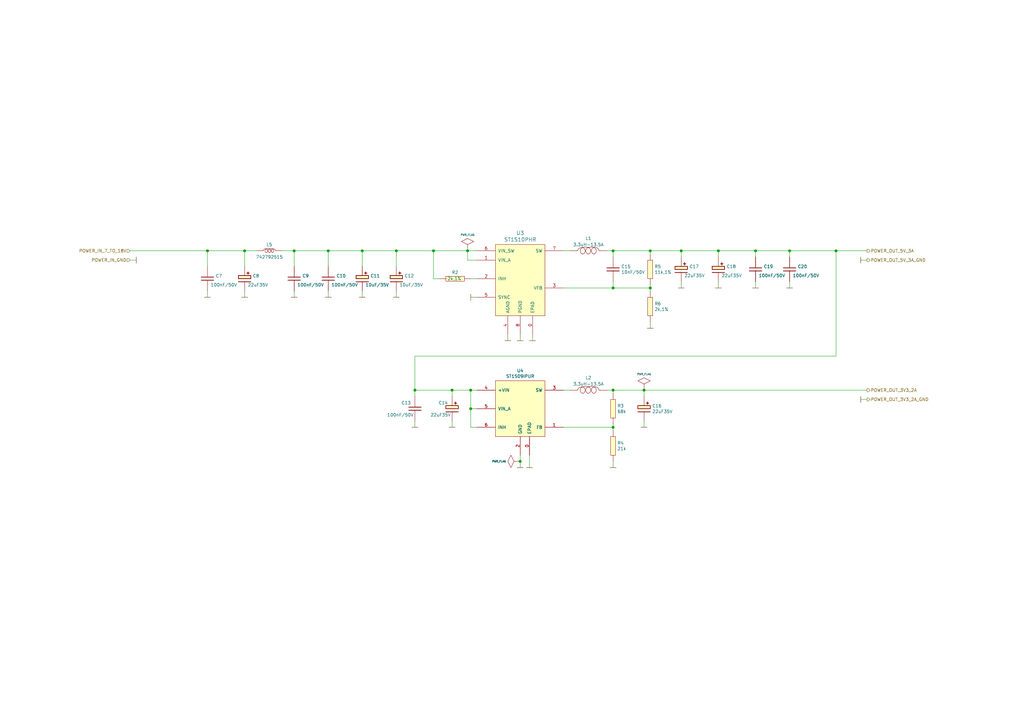
<source format=kicad_sch>
(kicad_sch (version 20211123) (generator eeschema)
  (paper "A3")
  (title_block (title "Power Supply Module 5V/3V3") (date "2020-12-19") (rev "V1.0") (company "Embedded System Labs"))
  (lib_symbols
    (symbol "Capacitors_Smd0603:100n" (pin_numbers hide) (pin_names (offset 0.254))
      (property "Reference" "C" (at 1.27 2.54 0))
      (property "Value" "100n" (at 1.27 -2.54 0))
      (symbol "100n_0_1"
        (polyline (pts (xy 2.54 -0.635) (xy -2.54 -0.635) (xy -2.54 -0.635)) (stroke (width 0.3048)))
        (polyline (pts (xy 2.54 0.635) (xy -2.54 0.635) (xy -2.54 0.635)) (stroke (width 0.3048)))
      )
      (symbol "100n_1_1"
        (pin passive line (at 0 5.08 270) (length 4.4704) (name "~") (number "1"))
        (pin passive line (at 0 -5.08 90) (length 4.4704) (name "~") (number "2"))
      )
    )
    (symbol "Capacitors_Smd0603:10nF" (pin_numbers hide) (pin_names (offset 0.254))
      (property "Reference" "C" (at 1.27 2.54 0))
      (property "Value" "10nF" (at 1.27 -2.54 0))
      (symbol "10nF_0_1"
        (polyline (pts (xy 2.54 -0.635) (xy -2.54 -0.635) (xy -2.54 -0.635)) (stroke (width 0.3048)))
        (polyline (pts (xy 2.54 0.635) (xy -2.54 0.635) (xy -2.54 0.635)) (stroke (width 0.3048)))
      )
      (symbol "10nF_1_1"
        (pin passive line (at 0 5.08 270) (length 4.4704) (name "~") (number "1"))
        (pin passive line (at 0 -5.08 90) (length 4.4704) (name "~") (number "2"))
      )
    )
    (symbol "Capacitors_Smd_Tantal:10uF_35V" (pin_numbers hide) (pin_names (offset 1.016) hide)
      (property "Reference" "C" (at 3.175 -4.445 0))
      (property "Value" "10uF_35V" (at 7.62 0 0))
      (symbol "10uF_35V_0_1"
        (polyline (pts (xy 1.397 1.524) (xy 1.397 0.508) (xy 1.397 0.508)) (stroke (width 0.3048)))
        (polyline (pts (xy 0.889 1.016) (xy 1.905 1.016) (xy 1.905 1.016) (xy 1.905 1.016)) (stroke (width 0.3048)))
        (rectangle (start 2.54 0) (end -2.54 -1.27) (stroke (width 0.3048)) (fill (type background)))
      )
      (symbol "10uF_35V_1_1"
        (rectangle (start -2.54 -2.54) (end 2.54 -2.54) (stroke (width 0.3048)))
        (pin input line (at 0 3.81 270) (length 3.81) (name "~") (number "1"))
        (pin input line (at 0 -6.35 90) (length 3.81) (name "~") (number "2"))
      )
    )
    (symbol "Capacitors_Smd_Tantal:22uF_35V" (pin_numbers hide) (pin_names (offset 1.016) hide)
      (property "Reference" "C" (at 3.175 -4.445 0))
      (property "Value" "22uF_35V" (at 7.62 -1.27 0))
      (symbol "22uF_35V_0_1"
        (polyline (pts (xy 1.397 1.524) (xy 1.397 0.508) (xy 1.397 0.508)) (stroke (width 0.3048)))
        (polyline (pts (xy 0.889 1.016) (xy 1.905 1.016) (xy 1.905 1.016) (xy 1.905 1.016)) (stroke (width 0.3048)))
        (rectangle (start 2.54 0) (end -2.54 -1.27) (stroke (width 0.3048)) (fill (type background)))
      )
      (symbol "22uF_35V_1_1"
        (rectangle (start -2.54 -2.54) (end 2.54 -2.54) (stroke (width 0.3048)))
        (pin input line (at 0 3.81 270) (length 3.81) (name "~") (number "1"))
        (pin input line (at 0 -6.35 90) (length 3.81) (name "~") (number "2"))
      )
    )
    (symbol "Inductors:3.3uH-13.5A-ASPI-0630HI-3R3M-T15" (pin_numbers hide) (pin_names (offset 1.016) hide)
      (property "Reference" "L" (at -2.54 0 90))
      (property "Value" "3.3uH-13.5A-ASPI-0630HI-3R3M-T15" (at 2.54 0 90))
      (symbol "3.3uH-13.5A-ASPI-0630HI-3R3M-T15_0_1"
        (arc (start -1.27 -2.54) (mid 0 -3.2591) (end 1.27 -2.54))
        (arc (start -1.27 -2.032) (mid -1.3189 -2.286) (end -1.27 -2.54))
        (arc (start -1.27 -0.254) (mid 0 -0.9731) (end 1.27 -0.254))
        (arc (start -1.27 0.254) (mid -1.3189 0) (end -1.27 -0.254))
        (arc (start -1.27 2.032) (mid 0 1.3129) (end 1.27 2.032))
        (arc (start -1.27 2.54) (mid -1.3189 2.286) (end -1.27 2.032))
        (arc (start 0 -4.445) (mid 1.1486 -3.648) (end 1.3208 -2.2606))
        (polyline (pts (xy 0 -5.08) (xy 0 -4.445)))
        (polyline (pts (xy 0 4.445) (xy 0 5.08)))
        (arc (start 1.27 -2.54) (mid 1.33 -2.286) (end 1.27 -2.032))
        (arc (start 1.27 -2.032) (mid 0 -1.2471) (end -1.27 -2.032))
        (arc (start 1.27 -0.254) (mid 1.33 0) (end 1.27 0.254))
        (arc (start 1.27 0.254) (mid 0 1.0389) (end -1.27 0.254))
        (arc (start 1.27 2.032) (mid 1.33 2.286) (end 1.27 2.54))
        (arc (start 1.27 2.54) (mid 0 3.3249) (end -1.27 2.54))
        (arc (start 1.3208 -2.413) (mid 1.5295 -1.143) (end 1.3208 0.127))
        (arc (start 1.3208 -0.127) (mid 1.5295 1.143) (end 1.3208 2.413))
        (arc (start 1.3208 2.2098) (mid 1.0983 3.5862) (end 0 4.445))
      )
      (symbol "3.3uH-13.5A-ASPI-0630HI-3R3M-T15_1_1"
        (pin passive line (at 0 7.62 270) (length 2.54) (name "1") (number "1"))
        (pin passive line (at 0 -7.62 90) (length 2.54) (name "2") (number "2"))
      )
    )
    (symbol "Inductors:742792515" (pin_numbers hide) (pin_names (offset 1.016) hide)
      (property "Reference" "L" (at -2.54 0 90))
      (property "Value" "742792515" (at 2.54 0 90))
      (symbol "742792515_1_1"
        (arc (start -0.762 -1.27) (mid 0 -1.8192) (end 0.762 -1.27))
        (arc (start -0.762 0) (mid 0 -0.5492) (end 0.762 0))
        (arc (start -0.762 1.27) (mid 0 0.7208) (end 0.762 1.27))
        (arc (start 0 -2.54) (mid 0.6706 -2.0788) (end 0.762 -1.27))
        (arc (start 0.762 -1.27) (mid 0 -0.7208) (end -0.762 -1.27))
        (arc (start 0.762 -1.27) (mid 0.872 -0.635) (end 0.762 0))
        (arc (start 0.762 0) (mid 0 0.5492) (end -0.762 0))
        (arc (start 0.762 0) (mid 0.9119 0.635) (end 0.762 1.27))
        (arc (start 0.762 1.27) (mid 0 1.8192) (end -0.762 1.27))
        (arc (start 0.762 1.27) (mid 0.688 2.0892) (end 0 2.54))
        (pin passive line (at 0 5.08 270) (length 2.54) (name "1") (number "1"))
        (pin passive line (at 0 -5.08 90) (length 2.54) (name "2") (number "2"))
      )
    )
    (symbol "Resistors_Smd0603:11k" (pin_numbers hide) (pin_names (offset 1.016) hide)
      (property "Reference" "R" (at 2.54 0 90))
      (property "Value" "11k" (at -2.54 0 90))
      (symbol "11k_1_1"
        (rectangle (start -1.016 3.81) (end 1.016 -3.81) (fill (type background)))
        (pin passive line (at 0 6.35 270) (length 2.54) (name "~") (number "1"))
        (pin passive line (at 0 -6.35 90) (length 2.54) (name "~") (number "2"))
      )
    )
    (symbol "Resistors_Smd0603:21k" (pin_numbers hide) (pin_names (offset 1.016))
      (property "Reference" "R" (at 2.54 0 90))
      (property "Value" "21k" (at -2.54 0 90))
      (symbol "21k_1_1"
        (rectangle (start -1.016 3.81) (end 1.016 -3.81) (fill (type background)))
        (pin passive line (at 0 6.35 270) (length 2.54) (name "~") (number "1"))
        (pin passive line (at 0 -6.35 90) (length 2.54) (name "~") (number "2"))
      )
    )
    (symbol "Resistors_Smd0603:2k" (pin_numbers hide) (pin_names (offset 1.016) hide)
      (property "Reference" "R" (at -2.54 0 0))
      (property "Value" "2k" (at 2.54 0 90))
      (symbol "2k_1_1"
        (rectangle (start -1.016 3.81) (end 1.016 -3.81) (fill (type background)))
        (pin passive line (at 0 6.35 270) (length 2.54) (name "~") (number "1"))
        (pin passive line (at 0 -6.35 90) (length 2.54) (name "~") (number "2"))
      )
    )
    (symbol "Resistors_Smd0603:68k" (pin_numbers hide) (pin_names (offset 1.016) hide)
      (property "Reference" "R" (at -2.54 0 90))
      (property "Value" "68k" (at 2.54 0 90))
      (symbol "68k_1_1"
        (rectangle (start -1.016 3.81) (end 1.016 -3.81) (fill (type background)))
        (pin passive line (at 0 6.35 270) (length 2.54) (name "~") (number "1"))
        (pin passive line (at 0 -6.35 90) (length 2.54) (name "~") (number "2"))
      )
    )
    (symbol "Switching_Regulators:ST1S09IPUR" (pin_names (offset 1.016))
      (property "Reference" "U" (at 0 15.24 0))
      (property "Value" "ST1S09IPUR" (at 0 12.7 0))
      (symbol "ST1S09IPUR_1_1"
        (rectangle (start 10.16 11.43) (end -10.16 -11.43) (fill (type background)))
        (pin power_in line (at 3.81 -19.05 90) (length 7.62) (name "EPAD") (number "0"))
        (pin input line (at 17.78 -7.62 180) (length 7.62) (name "FB") (number "1"))
        (pin power_in line (at 0 -19.05 90) (length 7.62) (name "GND") (number "2"))
        (pin power_out line (at 17.78 7.62 180) (length 7.62) (name "SW") (number "3"))
        (pin power_in line (at -17.78 7.62 0) (length 7.62) (name "+VIN") (number "4"))
        (pin power_in line (at -17.78 0 0) (length 7.62) (name "VIN_A") (number "5"))
        (pin input line (at -17.78 -7.62 0) (length 7.62) (name "INH") (number "6"))
      )
    )
    (symbol "Switching_Regulators:ST1S10PHR" (pin_names (offset 1.016))
      (property "Reference" "U" (at 0 12.7 0))
      (property "Value" "ST1S10PHR" (at 0 10.16 0))
      (symbol "ST1S10PHR_0_1"
        (rectangle (start 10.16 8.89) (end -10.16 -20.32) (fill (type background)))
      )
      (symbol "ST1S10PHR_1_1"
        (pin power_in line (at 5.08 -27.94 90) (length 7.62) (name "EPAD") (number "0"))
        (pin power_in line (at -17.78 2.54 0) (length 7.62) (name "VIN_A") (number "1"))
        (pin input line (at -17.78 -5.08 0) (length 7.62) (name "INH") (number "2"))
        (pin input line (at 17.78 -8.89 180) (length 7.62) (name "VFB") (number "3"))
        (pin power_in line (at -5.08 -27.94 90) (length 7.62) (name "AGND") (number "4"))
        (pin input line (at -17.78 -12.7 0) (length 7.62) (name "SYNC") (number "5"))
        (pin power_in line (at -17.78 6.35 0) (length 7.62) (name "VIN_SW") (number "6"))
        (pin power_out line (at 17.78 6.35 180) (length 7.62) (name "SW") (number "7"))
        (pin power_in line (at 0 -27.94 90) (length 7.62) (name "PGND") (number "8"))
      )
    )
    (symbol "power:GND_NO_GLOBAL" (pin_names (offset 0))
      (symbol "GND_NO_GLOBAL_0_1"
        (polyline (pts (xy -1.27 0) (xy 1.27 0)))
      )
      (symbol "GND_NO_GLOBAL_1_1"
        (pin power_in line (at 0 0 180) (length 0) hide (name "GND") (number "1"))
      )
    )
    (symbol "power:PWR_FLAG" (power) (pin_numbers hide) (pin_names (offset 0) hide)
      (property "Value" "PWR_FLAG" (at 0 5.842 0))
      (symbol "PWR_FLAG_0_0"
        (pin power_out line (at 0 0 90) (length 0) (name "pwr") (number "1"))
      )
      (symbol "PWR_FLAG_0_1"
        (polyline (pts (xy 0 0) (xy 0 2.54) (xy 0 2.54)))
        (polyline (pts (xy 0 2.54) (xy -2.54 3.81) (xy 0 5.08) (xy 2.54 3.81) (xy 0 2.54)))
      )
    )
  )
  (junction (at 213.36 189.23) (diameter 1.016))
  (junction (at 264.16 160.02) (diameter 1.016))
  (junction (at 120.65 102.87) (diameter 1.016))
  (junction (at 251.46 102.87) (diameter 1.016))
  (junction (at 85.09 102.87) (diameter 1.016))
  (junction (at 294.64 102.87) (diameter 1.016))
  (junction (at 148.59 102.87) (diameter 1.016))
  (junction (at 266.7 118.11) (diameter 1.016))
  (junction (at 266.7 102.87) (diameter 1.016))
  (junction (at 177.8 102.87) (diameter 1.016))
  (junction (at 323.85 102.87) (diameter 1.016))
  (junction (at 100.33 102.87) (diameter 1.016))
  (junction (at 193.04 160.02) (diameter 1.016))
  (junction (at 251.46 160.02) (diameter 1.016))
  (junction (at 170.18 160.02) (diameter 1.016))
  (junction (at 251.46 118.11) (diameter 1.016))
  (junction (at 342.9 102.87) (diameter 1.016))
  (junction (at 162.56 102.87) (diameter 1.016))
  (junction (at 191.77 102.87) (diameter 1.016))
  (junction (at 193.04 167.64) (diameter 1.016))
  (junction (at 185.42 160.02) (diameter 1.016))
  (junction (at 134.62 102.87) (diameter 1.016))
  (junction (at 251.46 175.26) (diameter 1.016))
  (junction (at 309.88 102.87) (diameter 1.016))
  (junction (at 279.4 102.87) (diameter 1.016))
  (wire (pts (xy 100.33 102.87) (xy 105.41 102.87)))
  (wire (pts (xy 251.46 118.11) (xy 266.7 118.11)))
  (wire (pts (xy 218.44 137.16) (xy 218.44 139.7)))
  (wire (pts (xy 279.4 115.57) (xy 279.4 118.11)))
  (wire (pts (xy 120.65 109.22) (xy 120.65 102.87)))
  (wire (pts (xy 213.36 186.69) (xy 213.36 189.23)))
  (wire (pts (xy 279.4 102.87) (xy 279.4 105.41)))
  (wire (pts (xy 85.09 119.38) (xy 85.09 121.92)))
  (wire (pts (xy 162.56 109.22) (xy 162.56 102.87)))
  (wire (pts (xy 233.68 160.02) (xy 231.14 160.02)))
  (wire (pts (xy 170.18 172.72) (xy 170.18 175.26)))
  (wire (pts (xy 231.14 118.11) (xy 251.46 118.11)))
  (wire (pts (xy 266.7 102.87) (xy 266.7 104.14)))
  (wire (pts (xy 231.14 175.26) (xy 251.46 175.26)))
  (wire (pts (xy 309.88 105.41) (xy 309.88 102.87)))
  (wire (pts (xy 177.8 114.3) (xy 177.8 102.87)))
  (wire (pts (xy 162.56 119.38) (xy 162.56 121.92)))
  (wire (pts (xy 85.09 109.22) (xy 85.09 102.87)))
  (wire (pts (xy 193.04 167.64) (xy 193.04 160.02)))
  (wire (pts (xy 251.46 115.57) (xy 251.46 118.11)))
  (wire (pts (xy 134.62 119.38) (xy 134.62 121.92)))
  (wire (pts (xy 195.58 106.68) (xy 191.77 106.68)))
  (wire (pts (xy 195.58 175.26) (xy 193.04 175.26)))
  (wire (pts (xy 266.7 118.11) (xy 266.7 116.84)))
  (wire (pts (xy 185.42 172.72) (xy 185.42 175.26)))
  (wire (pts (xy 266.7 102.87) (xy 279.4 102.87)))
  (wire (pts (xy 323.85 102.87) (xy 342.9 102.87)))
  (wire (pts (xy 342.9 102.87) (xy 355.6 102.87)))
  (wire (pts (xy 120.65 119.38) (xy 120.65 121.92)))
  (wire (pts (xy 251.46 160.02) (xy 264.16 160.02)))
  (wire (pts (xy 180.34 114.3) (xy 177.8 114.3)))
  (wire (pts (xy 85.09 102.87) (xy 100.33 102.87)))
  (wire (pts (xy 193.04 175.26) (xy 193.04 167.64)))
  (wire (pts (xy 195.58 114.3) (xy 193.04 114.3)))
  (wire (pts (xy 266.7 132.08) (xy 266.7 134.62)))
  (wire (pts (xy 193.04 160.02) (xy 195.58 160.02)))
  (wire (pts (xy 294.64 102.87) (xy 294.64 105.41)))
  (wire (pts (xy 251.46 175.26) (xy 251.46 176.53)))
  (wire (pts (xy 264.16 160.02) (xy 264.16 162.56)))
  (wire (pts (xy 217.17 186.69) (xy 217.17 191.77)))
  (wire (pts (xy 266.7 118.11) (xy 266.7 119.38)))
  (wire (pts (xy 100.33 119.38) (xy 100.33 121.92)))
  (wire (pts (xy 251.46 175.26) (xy 251.46 173.99)))
  (wire (pts (xy 264.16 172.72) (xy 264.16 175.26)))
  (wire (pts (xy 251.46 189.23) (xy 251.46 191.77)))
  (wire (pts (xy 323.85 115.57) (xy 323.85 118.11)))
  (wire (pts (xy 177.8 102.87) (xy 191.77 102.87)))
  (wire (pts (xy 100.33 109.22) (xy 100.33 102.87)))
  (wire (pts (xy 233.68 102.87) (xy 231.14 102.87)))
  (wire (pts (xy 251.46 160.02) (xy 251.46 161.29)))
  (wire (pts (xy 170.18 160.02) (xy 170.18 162.56)))
  (wire (pts (xy 294.64 102.87) (xy 309.88 102.87)))
  (wire (pts (xy 195.58 121.92) (xy 193.04 121.92)))
  (wire (pts (xy 134.62 109.22) (xy 134.62 102.87)))
  (wire (pts (xy 279.4 102.87) (xy 294.64 102.87)))
  (wire (pts (xy 193.04 160.02) (xy 185.42 160.02)))
  (wire (pts (xy 191.77 102.87) (xy 195.58 102.87)))
  (wire (pts (xy 148.59 109.22) (xy 148.59 102.87)))
  (wire (pts (xy 251.46 102.87) (xy 248.92 102.87)))
  (wire (pts (xy 213.36 189.23) (xy 213.36 191.77)))
  (wire (pts (xy 208.28 137.16) (xy 208.28 139.7)))
  (wire (pts (xy 55.88 106.68) (xy 53.34 106.68)))
  (wire (pts (xy 185.42 160.02) (xy 170.18 160.02)))
  (wire (pts (xy 248.92 160.02) (xy 251.46 160.02)))
  (wire (pts (xy 213.36 137.16) (xy 213.36 139.7)))
  (wire (pts (xy 185.42 162.56) (xy 185.42 160.02)))
  (wire (pts (xy 134.62 102.87) (xy 148.59 102.87)))
  (wire (pts (xy 120.65 102.87) (xy 134.62 102.87)))
  (wire (pts (xy 355.6 163.83) (xy 353.06 163.83)))
  (wire (pts (xy 309.88 115.57) (xy 309.88 118.11)))
  (wire (pts (xy 264.16 160.02) (xy 355.6 160.02)))
  (wire (pts (xy 195.58 167.64) (xy 193.04 167.64)))
  (wire (pts (xy 266.7 102.87) (xy 251.46 102.87)))
  (wire (pts (xy 53.34 102.87) (xy 85.09 102.87)))
  (wire (pts (xy 191.77 106.68) (xy 191.77 102.87)))
  (wire (pts (xy 162.56 102.87) (xy 177.8 102.87)))
  (wire (pts (xy 309.88 102.87) (xy 323.85 102.87)))
  (wire (pts (xy 148.59 102.87) (xy 162.56 102.87)))
  (wire (pts (xy 115.57 102.87) (xy 120.65 102.87)))
  (wire (pts (xy 251.46 105.41) (xy 251.46 102.87)))
  (wire (pts (xy 323.85 102.87) (xy 323.85 105.41)))
  (wire (pts (xy 355.6 106.68) (xy 353.06 106.68)))
  (wire (pts (xy 342.9 146.05) (xy 170.18 146.05)))
  (wire (pts (xy 170.18 146.05) (xy 170.18 160.02)))
  (wire (pts (xy 342.9 102.87) (xy 342.9 146.05)))
  (wire (pts (xy 148.59 119.38) (xy 148.59 121.92)))
  (wire (pts (xy 294.64 115.57) (xy 294.64 118.11)))
  (hierarchical_label "POWER_OUT_3V3_2A" (shape output) (at 355.6 160.02 0))
  (hierarchical_label "POWER_IN_7_TO_18V" (shape input) (at 53.34 102.87 180))
  (hierarchical_label "POWER_IN_GND" (shape input) (at 53.34 106.68 180))
  (hierarchical_label "POWER_OUT_3V3_2A_GND" (shape output) (at 355.6 163.83 0))
  (hierarchical_label "POWER_OUT_5V_3A" (shape output) (at 355.6 102.87 0))
  (hierarchical_label "POWER_OUT_5V_3A_GND" (shape output) (at 355.6 106.68 0))
  (symbol (lib_id "Switching_Regulators:ST1S09IPUR") (at 213.36 167.64 0) (unit 1)
    (property "Reference" "U4" (at 213.36 152.019 0))
    (property "Value" "ST1S09IPUR" (at 213.36 154.3304 0))
    (property "Footprint" "Switching:ST1S09IPUR" (effects hide))
    (property "Datasheet" "https://pl.mouser.com/datasheet/2/389/st1s09-1850123.pdf" (effects hide))
    (property "Manufacturer" "ST Microelectronics" (effects hide))
    (property "Manufacturer Part Number" "ST1S09IPUR" (effects hide))
    (property "Supplier" "Mouser" (effects hide))
    (property "Supplier Part Number" "511-ST1S09IPUR" (effects hide))
    (property "URL" "https://pl.mouser.com/ProductDetail/STMicroelectronics/ST1S09IPUR?qs=z4PnFkYVEVnLKA2ltiW6RQ%3D%3D" (effects hide))
    (property "Price@1pc" "5,54" (effects hide))
    (property "Price@1000pcs" "2,55" (effects hide))
    (property "Developer" "MW" (effects hide))
    (property "Package" "DFN-6" (effects hide))
    (property "LCSC Part #(optional)" "C361028" (effects hide))
  )
  (symbol (lib_id "power:GND_NO_GLOBAL") (at 213.36 191.77 0) (unit 1)
    (property "Reference" "#PWR2" (effects hide))
    (property "Value" "GND_NO_GLOBAL" (effects hide))
  )
  (symbol (lib_id "power:GND_NO_GLOBAL") (at 218.44 139.7 0) (unit 1)
    (property "Reference" "#PWR14" (effects hide))
    (property "Value" "GND_NO_GLOBAL" (effects hide))
  )
  (symbol (lib_id "power:GND_NO_GLOBAL") (at 213.36 139.7 0) (unit 1)
    (property "Reference" "#PWR13" (effects hide))
    (property "Value" "GND_NO_GLOBAL" (effects hide))
  )
  (symbol (lib_id "power:GND_NO_GLOBAL") (at 208.28 139.7 0) (unit 1)
    (property "Reference" "#PWR12" (effects hide))
    (property "Value" "GND_NO_GLOBAL" (effects hide))
  )
  (symbol (lib_id "power:GND_NO_GLOBAL") (at 193.04 121.92 90) (unit 1)
    (property "Reference" "#PWR11" (effects hide))
    (property "Value" "GND_NO_GLOBAL" (effects hide))
  )
  (symbol (lib_id "power:GND_NO_GLOBAL") (at 55.88 106.68 270) (unit 1)
    (property "Reference" "#PWR1" (effects hide))
    (property "Value" "GND_NO_GLOBAL" (effects hide))
  )
  (symbol (lib_id "Resistors_Smd0603:2k") (at 266.7 125.73 0) (unit 1)
    (property "Reference" "R6" (at 268.4272 124.5616 0) (effects (justify left)))
    (property "Value" "2k,1%" (at 268.4272 126.873 0) (effects (justify left)))
    (property "Footprint" "Resistor_Smd_0603:2k_0603" (effects hide))
    (property "Datasheet" "https://www.tme.eu/Document/ec37243ca557adb02ebafc5c1ab83104/CQ%20datasheet.pdf" (effects hide))
    (property "Manufacturer" "ROYAL OHM" (effects hide))
    (property "Manufacturer Part Number" "CQ03SAF2001T5E" (effects hide))
    (property "Supplier" "Tme" (effects hide))
    (property "Supplier Part Number" "CQ0603-2K-1%" (effects hide))
    (property "URL" "https://www.tme.eu/pl/details/cq0603-2k-1%25/rezystory-smd-0603/royal-ohm/cq03saf2001t5e/" (effects hide))
    (property "Price@100pc" "0,07119" (effects hide))
    (property "Price@1000pcs" "0,03327" (effects hide))
    (property "Developer" "MW" (effects hide))
    (property "Package" "0603" (effects hide))
    (property "LCSC Part #(optional)" "C234435" (effects hide))
  )
  (symbol (lib_id "Resistors_Smd0603:11k") (at 266.7 110.49 0) (unit 1)
    (property "Reference" "R5" (at 268.4272 109.3216 0) (effects (justify left)))
    (property "Value" "11k,1%" (at 268.4272 111.633 0) (effects (justify left)))
    (property "Footprint" "Resistor_Smd_0603:11k_0603" (effects hide))
    (property "Datasheet" "Resistors/Smd_0603/Components_Documentation/Vishay_Resistors_SM0603.pdf" (effects hide))
    (property "Manufacturer" "ROYAL OHM" (effects hide))
    (property "Manufacturer Part Number" "0603SAF1102T5E" (effects hide))
    (property "Supplier" "TME" (effects hide))
    (property "Supplier Part Number" "SMD0603-11K-1%" (effects hide))
    (property "URL" "https://www.tme.eu/pl/details/smd0603-11k-1%2525/rezystory-smd-0603/royal-ohm/0603saf1102t5e/" (effects hide))
    (property "Price@1pc" "0,04698" (effects hide))
    (property "Price@1000pcs" "0,01271" (effects hide))
    (property "Developer" "WP" (effects hide))
    (property "Package" "0603" (effects hide))
  )
  (symbol (lib_id "Resistors_Smd0603:2k") (at 186.69 114.3 90) (unit 1)
    (property "Reference" "R2" (at 187.96 111.76 90) (effects (justify left)))
    (property "Value" "2k,1%" (at 189.23 114.3 90) (effects (justify left)))
    (property "Footprint" "Resistor_Smd_0603:2k_0603" (effects hide))
    (property "Datasheet" "https://www.tme.eu/Document/ec37243ca557adb02ebafc5c1ab83104/CQ%20datasheet.pdf" (effects hide))
    (property "Manufacturer" "ROYAL OHM" (effects hide))
    (property "Manufacturer Part Number" "CQ03SAF2001T5E" (effects hide))
    (property "Supplier" "Tme" (effects hide))
    (property "Supplier Part Number" "CQ0603-2K-1%" (effects hide))
    (property "URL" "https://www.tme.eu/pl/details/cq0603-2k-1%25/rezystory-smd-0603/royal-ohm/cq03saf2001t5e/" (effects hide))
    (property "Price@100pc" "0,07119" (effects hide))
    (property "Price@1000pcs" "0,03327" (effects hide))
    (property "Developer" "MW" (effects hide))
    (property "Package" "0603" (effects hide))
    (property "LCSC Part #(optional)" "C234435" (effects hide))
  )
  (symbol (lib_id "Switching_Regulators:ST1S10PHR") (at 213.36 109.22 0) (unit 1)
    (property "Reference" "U3" (at 213.36 95.5802 0) (effects (font (size 1.524 1.524))))
    (property "Value" "ST1S10PHR" (at 213.36 98.2726 0) (effects (font (size 1.524 1.524))))
    (property "Footprint" "Switching:ST1S10PHR_SOIC8" (effects hide))
    (property "Datasheet" "https://pl.mouser.com/datasheet/2/389/st1s10-1850024.pdf" (effects hide))
    (property "Manufacturer" "ST Microelectronics" (effects hide))
    (property "Manufacturer Part Number" "ST1S10PHR" (effects hide))
    (property "Supplier" "Mouser" (effects hide))
    (property "Supplier Part Number" "511-ST1S10PHR" (effects hide))
    (property "URL" "https://pl.mouser.com/ProductDetail/STMicroelectronics/ST1S10PHR?qs=qolwYojYp3QSBN7PdO5xhg%3D%3D" (effects hide))
    (property "Price@1pc" "6,56" (effects hide))
    (property "Price@1000pcs" "3,01" (effects hide))
    (property "Developer" "MW" (effects hide))
    (property "Package" "SOIC-8" (effects hide))
    (property "LCSC Part #(optional)" "C11175" (effects hide))
  )
  (symbol (lib_id "Capacitors_Smd0603:10nF") (at 251.46 110.49 0) (unit 1)
    (property "Reference" "C15" (at 254.7874 109.3216 0) (effects (justify left)))
    (property "Value" "10nF/50V" (at 254.7874 111.633 0) (effects (justify left)))
    (property "Footprint" "Capacitors_Smd_0603:10nF_0603" (effects hide))
    (property "Datasheet" "https://www.tme.eu/Document/6a5ad7ac81542ad65ce1ca82bcd21ffa/vjw1bcbascomseries.pdf" (effects hide))
    (property "Manufacturer" "VISHAY" (effects hide))
    (property "Manufacturer Part Number" "VJ0603Y103KXAPW1BC" (effects hide))
    (property "Supplier" "Tme" (effects hide))
    (property "Supplier Part Number" "VJ0603Y103KXAPW1BC" (effects hide))
    (property "URL" "https://www.tme.eu/pl/details/vj0603y103kxapw1bc/kondensatory-mlcc-smd-0603/vishay/" (effects hide))
    (property "Price@100pcs" "0,05770" (effects hide))
    (property "Price@1000pcs" "0,02244" (effects hide))
    (property "Developer" "MW" (effects hide))
    (property "Package" "0603" (effects hide))
    (property "LCSC Part # (optional)" "C342901" (effects hide))
  )
  (symbol (lib_id "Inductors:3.3uH-13.5A-ASPI-0630HI-3R3M-T15") (at 241.3 102.87 90) (unit 1)
    (property "Reference" "L1" (at 242.57 97.79 90) (effects (justify left)))
    (property "Value" "3.3uH-13.5A" (at 247.65 100.33 90) (effects (justify left)))
    (property "Footprint" "Inductors:ASPI-0630HI-3R3M-T15" (effects hide))
    (property "Datasheet" "https://pl.mouser.com/datasheet/2/3/ASPI-0630HI-1774982.pdf" (effects hide))
    (property "Manufacturer" "ABRACON" (effects hide))
    (property "Manufacturer Part Number" "ASPI-0630HI-3R3M-T15" (effects hide))
    (property "Supplier" "Mouser" (effects hide))
    (property "Supplier Part Number" "815-ASPI0630HI3R3T15" (effects hide))
    (property "URL" "https://pl.mouser.com/ProductDetail/ABRACON/ASPI-0630HI-3R3M-T15?qs=bWAYEm3xoCYwUcwgROPtBA%3D%3D" (effects hide))
    (property "Price@1pc" "2,68" (effects hide))
    (property "Price@1000pcs" "1,27" (effects hide))
    (property "Developer" "MW" (effects hide))
    (property "Package" "7.2 mm x 6.65 mm x 3 mm" (effects hide))
  )
  (symbol (lib_id "Resistors_Smd0603:21k") (at 251.46 182.88 0) (unit 1)
    (property "Reference" "R4" (at 253.1872 181.7116 0) (effects (justify left)))
    (property "Value" "21k" (at 253.1872 184.023 0) (effects (justify left)))
    (property "Footprint" "Resistor_Smd_0603:21k_0603" (effects hide))
    (property "Datasheet" "https://www.tme.eu/pl/details/smd0603-21k-1%25/rezystory-smd-0603/royal-ohm/0603saf2102t5e/" (effects hide))
    (property "Manufacturer" "ROYAL OHM" (effects hide))
    (property "Manufacturer Part Number" "0603SAF2102T5E" (effects hide))
    (property "Supplier" "Tme" (effects hide))
    (property "Supplier Part Number" "SMD0603-21K-1%" (effects hide))
    (property "URL" "https://www.tme.eu/pl/details/smd0603-21k-1%25/rezystory-smd-0603/royal-ohm/0603saf2102t5e/" (effects hide))
    (property "Price@100pc" "0,05002" (effects hide))
    (property "Price@1000pcs" "0,01740" (effects hide))
    (property "Developer" "MW" (effects hide))
    (property "Package" "0603" (effects hide))
    (property "LCSC Part #(optional)" "C177529" (effects hide))
  )
  (symbol (lib_id "Inductors:3.3uH-13.5A-ASPI-0630HI-3R3M-T15") (at 241.3 160.02 90) (unit 1)
    (property "Reference" "L2" (at 242.57 154.94 90) (effects (justify left)))
    (property "Value" "3.3uH-13.5A" (at 247.65 157.48 90) (effects (justify left)))
    (property "Footprint" "Inductors:ASPI-0630HI-3R3M-T15" (effects hide))
    (property "Datasheet" "https://pl.mouser.com/datasheet/2/3/ASPI-0630HI-1774982.pdf" (effects hide))
    (property "Manufacturer" "ABRACON" (effects hide))
    (property "Manufacturer Part Number" "ASPI-0630HI-3R3M-T15" (effects hide))
    (property "Supplier" "Mouser" (effects hide))
    (property "Supplier Part Number" "815-ASPI0630HI3R3T15" (effects hide))
    (property "URL" "https://pl.mouser.com/ProductDetail/ABRACON/ASPI-0630HI-3R3M-T15?qs=bWAYEm3xoCYwUcwgROPtBA%3D%3D" (effects hide))
    (property "Price@1pc" "2,68" (effects hide))
    (property "Price@1000pcs" "1,27" (effects hide))
    (property "Developer" "MW" (effects hide))
    (property "Package" "7.2 mm x 6.65 mm x 3 mm" (effects hide))
  )
  (symbol (lib_id "Resistors_Smd0603:68k") (at 251.46 167.64 0) (unit 1)
    (property "Reference" "R3" (at 253.1872 166.4716 0) (effects (justify left)))
    (property "Value" "68k" (at 253.1872 168.783 0) (effects (justify left)))
    (property "Footprint" "Resistor_Smd_0603:68k_0603" (effects hide))
    (property "Datasheet" "Resistors/Smd_0603/Components_Documentation/Vishay_Resistors_SM0603.pdf" (effects hide))
    (property "Manufacturer" "ROYAL OHM" (effects hide))
    (property "Manufacturer Part Number" "0603SAF6802T5E" (effects hide))
    (property "Supplier" "TME" (effects hide))
    (property "Supplier Part Number" "SMD0603-68K-1%" (effects hide))
    (property "URL" "https://www.tme.eu/pl/details/smd0603-68k-1%2525/rezystory-smd-0603/royal-ohm/0603saf6802t5e/" (effects hide))
    (property "Price@1pc" "0,04693" (effects hide))
    (property "Price@1000pcs" "0,01269" (effects hide))
    (property "Field11" "MW" (effects hide))
    (property "Package" "0603" (effects hide))
    (property "LCSC Part #(optional)" "C160055" (effects hide))
  )
  (symbol (lib_id "power:GND_NO_GLOBAL") (at 266.7 134.62 0) (unit 1)
    (property "Reference" "#PWR17" (effects hide))
    (property "Value" "GND_NO_GLOBAL" (effects hide))
  )
  (symbol (lib_id "Capacitors_Smd_Tantal:22uF_35V") (at 294.64 109.22 0) (unit 1)
    (property "Reference" "C18" (at 297.9674 109.3216 0) (effects (justify left)))
    (property "Value" "22uF35V" (at 295.91 113.03 0) (effects (justify left)))
    (property "Footprint" "Smd_Tantal:22uF_35V_Size_D" (effects hide))
    (property "Datasheet" "https://www.tme.eu/Document/a5d90d85079967994fb49c0e8f8ad6e9/293d.pdf" (effects hide))
    (property "Manufacturer" "VISHAY" (effects hide))
    (property "Manufacturer Part Number" "293D226X9035D2TE3" (effects hide))
    (property "Supplier" "TME" (effects hide))
    (property "Supplier Part Number" "293D226X9035D2TE3" (effects hide))
    (property "URL" "https://www.tme.eu/pl/details/293d226x9035d2te3/kondensatory-tantalowe-smd/vishay/" (effects hide))
    (property "Price@1pc" "3,31250" (effects hide))
    (property "Price@1000pcs" "1,65625" (effects hide))
    (property "Developer" "MW" (effects hide))
    (property "Package" "Size_D" (effects hide))
    (property "LCSC Part # (optional)" "C126947" (effects hide))
  )
  (symbol (lib_id "power:GND_NO_GLOBAL") (at 294.64 118.11 0) (unit 1)
    (property "Reference" "#PWR19" (effects hide))
    (property "Value" "GND_NO_GLOBAL" (effects hide))
  )
  (symbol (lib_id "Capacitors_Smd0603:100n") (at 309.88 110.49 0) (unit 1)
    (property "Reference" "C19" (at 313.2074 109.3216 0) (effects (justify left)))
    (property "Value" "100nF/50V" (at 311.15 113.03 0) (effects (justify left)))
    (property "Footprint" "Capacitors_Smd_0603:100nF_0603" (effects hide))
    (property "Datasheet" "Capacitors/Smd_0603/Components_Documentation/KEM_C1005_Y5V_SMD.pdf" (effects hide))
    (property "Manufacturer" "SAMSUNG" (effects hide))
    (property "Manufacturer Part Number" "CL10B104JB8NNNC" (effects hide))
    (property "Supplier" "TME" (effects hide))
    (property "Supplier Part Number" "CL10B104JB8NNNC" (effects hide))
    (property "URL" "https://www.tme.eu/pl/details/cl10b104jb8nnnc/kondensatory-mlcc-smd-0603/samsung/" (effects hide))
    (property "Price@1pc" "0,04540" (effects hide))
    (property "Price@1000pcs" "0,02231" (effects hide))
    (property "Package" "0603" (effects hide))
  )
  (symbol (lib_id "power:GND_NO_GLOBAL") (at 309.88 118.11 0) (unit 1)
    (property "Reference" "#PWR20" (effects hide))
    (property "Value" "GND_NO_GLOBAL" (effects hide))
  )
  (symbol (lib_id "Capacitors_Smd0603:100n") (at 323.85 110.49 0) (unit 1)
    (property "Reference" "C20" (at 327.1774 109.3216 0) (effects (justify left)))
    (property "Value" "100nF/50V" (at 325.12 113.03 0) (effects (justify left)))
    (property "Footprint" "Capacitors_Smd_0603:100nF_0603" (effects hide))
    (property "Datasheet" "Capacitors/Smd_0603/Components_Documentation/KEM_C1005_Y5V_SMD.pdf" (effects hide))
    (property "Manufacturer" "SAMSUNG" (effects hide))
    (property "Manufacturer Part Number" "CL10B104JB8NNNC" (effects hide))
    (property "Supplier" "TME" (effects hide))
    (property "Supplier Part Number" "CL10B104JB8NNNC" (effects hide))
    (property "URL" "https://www.tme.eu/pl/details/cl10b104jb8nnnc/kondensatory-mlcc-smd-0603/samsung/" (effects hide))
    (property "Price@1pc" "0,04540" (effects hide))
    (property "Price@1000pcs" "0,02231" (effects hide))
    (property "Package" "0603" (effects hide))
  )
  (symbol (lib_id "power:GND_NO_GLOBAL") (at 323.85 118.11 0) (unit 1)
    (property "Reference" "#PWR21" (effects hide))
    (property "Value" "GND_NO_GLOBAL" (effects hide))
  )
  (symbol (lib_id "Capacitors_Smd_Tantal:22uF_35V") (at 279.4 109.22 0) (unit 1)
    (property "Reference" "C17" (at 282.7274 109.3216 0) (effects (justify left)))
    (property "Value" "22uF35V" (at 280.67 113.03 0) (effects (justify left)))
    (property "Footprint" "Smd_Tantal:22uF_35V_Size_D" (effects hide))
    (property "Datasheet" "https://www.tme.eu/Document/a5d90d85079967994fb49c0e8f8ad6e9/293d.pdf" (effects hide))
    (property "Manufacturer" "VISHAY" (effects hide))
    (property "Manufacturer Part Number" "293D226X9035D2TE3" (effects hide))
    (property "Supplier" "TME" (effects hide))
    (property "Supplier Part Number" "293D226X9035D2TE3" (effects hide))
    (property "URL" "https://www.tme.eu/pl/details/293d226x9035d2te3/kondensatory-tantalowe-smd/vishay/" (effects hide))
    (property "Price@1pc" "3,31250" (effects hide))
    (property "Price@1000pcs" "1,65625" (effects hide))
    (property "Developer" "MW" (effects hide))
    (property "Package" "Size_D" (effects hide))
    (property "LCSC Part # (optional)" "C126947" (effects hide))
  )
  (symbol (lib_id "power:GND_NO_GLOBAL") (at 279.4 118.11 0) (unit 1)
    (property "Reference" "#PWR18" (effects hide))
    (property "Value" "GND_NO_GLOBAL" (effects hide))
  )
  (symbol (lib_id "Capacitors_Smd_Tantal:22uF_35V") (at 100.33 113.03 0) (unit 1)
    (property "Reference" "C8" (at 103.6574 113.1316 0) (effects (justify left)))
    (property "Value" "22uF35V" (at 101.6 116.84 0) (effects (justify left)))
    (property "Footprint" "Smd_Tantal:22uF_35V_Size_D" (effects hide))
    (property "Datasheet" "https://www.tme.eu/Document/a5d90d85079967994fb49c0e8f8ad6e9/293d.pdf" (effects hide))
    (property "Manufacturer" "VISHAY" (effects hide))
    (property "Manufacturer Part Number" "293D226X9035D2TE3" (effects hide))
    (property "Supplier" "TME" (effects hide))
    (property "Supplier Part Number" "293D226X9035D2TE3" (effects hide))
    (property "URL" "https://www.tme.eu/pl/details/293d226x9035d2te3/kondensatory-tantalowe-smd/vishay/" (effects hide))
    (property "Price@1pc" "3,31250" (effects hide))
    (property "Price@1000pcs" "1,65625" (effects hide))
    (property "Developer" "MW" (effects hide))
    (property "Package" "Size_D" (effects hide))
    (property "LCSC Part # (optional)" "C126947" (effects hide))
  )
  (symbol (lib_id "power:GND_NO_GLOBAL") (at 100.33 121.92 0) (unit 1)
    (property "Reference" "#PWR4" (effects hide))
    (property "Value" "GND_NO_GLOBAL" (effects hide))
  )
  (symbol (lib_id "Capacitors_Smd0603:100n") (at 85.09 114.3 0) (unit 1)
    (property "Reference" "C7" (at 88.4174 113.1316 0) (effects (justify left)))
    (property "Value" "100nF/50V" (at 86.36 116.84 0) (effects (justify left)))
    (property "Footprint" "Capacitors_Smd_0603:100nF_0603" (effects hide))
    (property "Datasheet" "Capacitors/Smd_0603/Components_Documentation/KEM_C1005_Y5V_SMD.pdf" (effects hide))
    (property "Manufacturer" "SAMSUNG" (effects hide))
    (property "Manufacturer Part Number" "CL10B104JB8NNNC" (effects hide))
    (property "Supplier" "TME" (effects hide))
    (property "Supplier Part Number" "CL10B104JB8NNNC" (effects hide))
    (property "URL" "https://www.tme.eu/pl/details/cl10b104jb8nnnc/kondensatory-mlcc-smd-0603/samsung/" (effects hide))
    (property "Price@1pc" "0,04540" (effects hide))
    (property "Price@1000pcs" "0,02231" (effects hide))
    (property "Package" "0603" (effects hide))
  )
  (symbol (lib_id "power:GND_NO_GLOBAL") (at 85.09 121.92 0) (unit 1)
    (property "Reference" "#PWR3" (effects hide))
    (property "Value" "GND_NO_GLOBAL" (effects hide))
  )
  (symbol (lib_id "Inductors:742792515") (at 110.49 102.87 90) (unit 1)
    (property "Reference" "L5" (at 110.49 100.33 90))
    (property "Value" "742792515" (at 110.49 105.41 90))
    (property "Footprint" "Inductors:742792515" (effects hide))
    (property "Datasheet" "https://pl.mouser.com/datasheet/2/445/742792515-1720486.pdf" (effects hide))
    (property "Manufacturer" "Wurth Elektronik" (effects hide))
    (property "Manufacturer Part Number" "742792515" (effects hide))
    (property "Supplier" "Mouser" (effects hide))
    (property "Supplier Part Number" "710-742792515" (effects hide))
    (property "URL" "https://pl.mouser.com/ProductDetail/Wurth-Elektronik/742792515?qs=5twSNpOB8ICAMx1lqqYekg%3D%3D" (effects hide))
    (property "Price@1pc" "1,04" (effects hide))
    (property "Price@1000pcs" "0,792" (effects hide))
    (property "Developer" "MW" (effects hide))
    (property "Package" "1812" (effects hide))
    (property "LCSC Part #(optional)" "C350947" (effects hide))
  )
  (symbol (lib_id "Capacitors_Smd0603:100n") (at 120.65 114.3 0) (unit 1)
    (property "Reference" "C9" (at 123.9774 113.1316 0) (effects (justify left)))
    (property "Value" "100nF/50V" (at 121.92 116.84 0) (effects (justify left)))
    (property "Footprint" "Capacitors_Smd_0603:100nF_0603" (effects hide))
    (property "Datasheet" "Capacitors/Smd_0603/Components_Documentation/KEM_C1005_Y5V_SMD.pdf" (effects hide))
    (property "Manufacturer" "SAMSUNG" (effects hide))
    (property "Manufacturer Part Number" "CL10B104JB8NNNC" (effects hide))
    (property "Supplier" "TME" (effects hide))
    (property "Supplier Part Number" "CL10B104JB8NNNC" (effects hide))
    (property "URL" "https://www.tme.eu/pl/details/cl10b104jb8nnnc/kondensatory-mlcc-smd-0603/samsung/" (effects hide))
    (property "Price@1pc" "0,04540" (effects hide))
    (property "Price@1000pcs" "0,02231" (effects hide))
    (property "Package" "0603" (effects hide))
  )
  (symbol (lib_id "power:GND_NO_GLOBAL") (at 120.65 121.92 0) (unit 1)
    (property "Reference" "#PWR5" (effects hide))
    (property "Value" "GND_NO_GLOBAL" (effects hide))
  )
  (symbol (lib_id "Capacitors_Smd0603:100n") (at 134.62 114.3 0) (unit 1)
    (property "Reference" "C10" (at 137.9474 113.1316 0) (effects (justify left)))
    (property "Value" "100nF/50V" (at 135.89 116.84 0) (effects (justify left)))
    (property "Footprint" "Capacitors_Smd_0603:100nF_0603" (effects hide))
    (property "Datasheet" "Capacitors/Smd_0603/Components_Documentation/KEM_C1005_Y5V_SMD.pdf" (effects hide))
    (property "Manufacturer" "SAMSUNG" (effects hide))
    (property "Manufacturer Part Number" "CL10B104JB8NNNC" (effects hide))
    (property "Supplier" "TME" (effects hide))
    (property "Supplier Part Number" "CL10B104JB8NNNC" (effects hide))
    (property "URL" "https://www.tme.eu/pl/details/cl10b104jb8nnnc/kondensatory-mlcc-smd-0603/samsung/" (effects hide))
    (property "Price@1pc" "0,04540" (effects hide))
    (property "Price@1000pcs" "0,02231" (effects hide))
    (property "Package" "0603" (effects hide))
  )
  (symbol (lib_id "power:GND_NO_GLOBAL") (at 134.62 121.92 0) (unit 1)
    (property "Reference" "#PWR6" (effects hide))
    (property "Value" "GND_NO_GLOBAL" (effects hide))
  )
  (symbol (lib_id "power:GND_NO_GLOBAL") (at 251.46 191.77 0) (unit 1)
    (property "Reference" "#PWR15" (effects hide))
    (property "Value" "GND_NO_GLOBAL" (effects hide))
  )
  (symbol (lib_id "Capacitors_Smd_Tantal:22uF_35V") (at 264.16 166.37 0) (unit 1)
    (property "Reference" "C16" (at 267.4874 166.4716 0) (effects (justify left)))
    (property "Value" "22uF35V" (at 267.4874 168.783 0) (effects (justify left)))
    (property "Footprint" "Smd_Tantal:22uF_35V_Size_D" (effects hide))
    (property "Datasheet" "https://www.tme.eu/Document/a5d90d85079967994fb49c0e8f8ad6e9/293d.pdf" (effects hide))
    (property "Manufacturer" "VISHAY" (effects hide))
    (property "Manufacturer Part Number" "293D226X9035D2TE3" (effects hide))
    (property "Supplier" "TME" (effects hide))
    (property "Supplier Part Number" "293D226X9035D2TE3" (effects hide))
    (property "URL" "https://www.tme.eu/pl/details/293d226x9035d2te3/kondensatory-tantalowe-smd/vishay/" (effects hide))
    (property "Price@1pc" "3,31250" (effects hide))
    (property "Price@1000pcs" "1,65625" (effects hide))
    (property "Developer" "MW" (effects hide))
    (property "Package" "Size_D" (effects hide))
    (property "LCSC Part # (optional)" "C126947" (effects hide))
  )
  (symbol (lib_id "power:GND_NO_GLOBAL") (at 264.16 175.26 0) (unit 1)
    (property "Reference" "#PWR16" (effects hide))
    (property "Value" "GND_NO_GLOBAL" (effects hide))
  )
  (symbol (lib_id "Capacitors_Smd_Tantal:10uF_35V") (at 148.59 113.03 0) (unit 1)
    (property "Reference" "C11" (at 151.9174 113.1316 0) (effects (justify left)))
    (property "Value" "10uF/35V" (at 149.86 116.84 0) (effects (justify left)))
    (property "Footprint" "Smd_Tantal:10uF_35V_C" (effects hide))
    (property "Datasheet" "https://www.tme.eu/Document/a5d90d85079967994fb49c0e8f8ad6e9/293d.pdf" (effects hide))
    (property "Manufacturer" "VISHAY" (effects hide))
    (property "Manufacturer Part Number" "293D106X9035C2TE3" (effects hide))
    (property "Supplier" "TME" (effects hide))
    (property "Supplier Part Number" "293D106X9035C2TE3" (effects hide))
    (property "URL" "https://www.tme.eu/pl/details/293d106x9035c2te3/kondensatory-tantalowe-smd/vishay/" (effects hide))
    (property "Price@1pc" "1,79747" (effects hide))
    (property "Price@1000pcs" "0,89876" (effects hide))
    (property "Developer" "MW" (effects hide))
    (property "Package" "Size_C" (effects hide))
    (property "LCSC Part # (optional)" "C169217" (effects hide))
  )
  (symbol (lib_id "Capacitors_Smd_Tantal:22uF_35V") (at 185.42 166.37 0) (unit 1)
    (property "Reference" "C14" (at 179.8574 165.2016 0) (effects (justify left)))
    (property "Value" "22uF35V" (at 176.53 170.18 0) (effects (justify left)))
    (property "Footprint" "Smd_Tantal:22uF_35V_Size_D" (effects hide))
    (property "Datasheet" "https://www.tme.eu/Document/a5d90d85079967994fb49c0e8f8ad6e9/293d.pdf" (effects hide))
    (property "Manufacturer" "VISHAY" (effects hide))
    (property "Manufacturer Part Number" "293D226X9035D2TE3" (effects hide))
    (property "Supplier" "TME" (effects hide))
    (property "Supplier Part Number" "293D226X9035D2TE3" (effects hide))
    (property "URL" "https://www.tme.eu/pl/details/293d226x9035d2te3/kondensatory-tantalowe-smd/vishay/" (effects hide))
    (property "Price@1pc" "3,31250" (effects hide))
    (property "Price@1000pcs" "1,65625" (effects hide))
    (property "Developer" "MW" (effects hide))
    (property "Package" "Size_D" (effects hide))
    (property "LCSC Part # (optional)" "C126947" (effects hide))
  )
  (symbol (lib_id "power:GND_NO_GLOBAL") (at 185.42 175.26 0) (unit 1)
    (property "Reference" "#PWR10" (effects hide))
    (property "Value" "GND_NO_GLOBAL" (effects hide))
  )
  (symbol (lib_id "Capacitors_Smd0603:100n") (at 170.18 167.64 0) (unit 1)
    (property "Reference" "C13" (at 164.6174 165.2016 0) (effects (justify left)))
    (property "Value" "100nF/50V" (at 158.75 170.18 0) (effects (justify left)))
    (property "Footprint" "Capacitors_Smd_0603:100nF_0603" (effects hide))
    (property "Datasheet" "Capacitors/Smd_0603/Components_Documentation/KEM_C1005_Y5V_SMD.pdf" (effects hide))
    (property "Manufacturer" "SAMSUNG" (effects hide))
    (property "Manufacturer Part Number" "CL10B104JB8NNNC" (effects hide))
    (property "Supplier" "TME" (effects hide))
    (property "Supplier Part Number" "CL10B104JB8NNNC" (effects hide))
    (property "URL" "https://www.tme.eu/pl/details/cl10b104jb8nnnc/kondensatory-mlcc-smd-0603/samsung/" (effects hide))
    (property "Price@1pc" "0,04540" (effects hide))
    (property "Price@1000pcs" "0,02231" (effects hide))
    (property "Package" "0603" (effects hide))
  )
  (symbol (lib_id "power:GND_NO_GLOBAL") (at 170.18 175.26 0) (unit 1)
    (property "Reference" "#PWR9" (effects hide))
    (property "Value" "GND_NO_GLOBAL" (effects hide))
  )
  (symbol (lib_id "power:GND_NO_GLOBAL") (at 148.59 121.92 0) (unit 1)
    (property "Reference" "#PWR7" (effects hide))
    (property "Value" "GND_NO_GLOBAL" (effects hide))
  )
  (symbol (lib_id "Capacitors_Smd_Tantal:10uF_35V") (at 162.56 113.03 0) (unit 1)
    (property "Reference" "C12" (at 165.8874 113.1316 0) (effects (justify left)))
    (property "Value" "10uF/35V" (at 163.83 116.84 0) (effects (justify left)))
    (property "Footprint" "Smd_Tantal:10uF_35V_C" (effects hide))
    (property "Datasheet" "https://www.tme.eu/Document/a5d90d85079967994fb49c0e8f8ad6e9/293d.pdf" (effects hide))
    (property "Manufacturer" "VISHAY" (effects hide))
    (property "Manufacturer Part Number" "293D106X9035C2TE3" (effects hide))
    (property "Supplier" "TME" (effects hide))
    (property "Supplier Part Number" "293D106X9035C2TE3" (effects hide))
    (property "URL" "https://www.tme.eu/pl/details/293d106x9035c2te3/kondensatory-tantalowe-smd/vishay/" (effects hide))
    (property "Price@1pc" "1,79747" (effects hide))
    (property "Price@1000pcs" "0,89876" (effects hide))
    (property "Developer" "MW" (effects hide))
    (property "Package" "Size_C" (effects hide))
    (property "LCSC Part # (optional)" "C169217" (effects hide))
  )
  (symbol (lib_id "power:GND_NO_GLOBAL") (at 162.56 121.92 0) (unit 1)
    (property "Reference" "#PWR8" (effects hide))
    (property "Value" "GND_NO_GLOBAL" (effects hide))
  )
  (symbol (lib_id "power:GND_NO_GLOBAL") (at 353.06 106.68 270) (unit 1)
    (property "Reference" "#PWR22" (effects hide))
    (property "Value" "GND_NO_GLOBAL" (effects hide))
  )
  (symbol (lib_id "power:GND_NO_GLOBAL") (at 353.06 163.83 270) (unit 1)
    (property "Reference" "#PWR23" (effects hide))
    (property "Value" "GND_NO_GLOBAL" (effects hide))
  )
  (symbol (lib_id "power:PWR_FLAG") (at 191.77 102.87 0) (unit 1)
    (property "Reference" "#FLG0110" (effects hide))
    (property "Value" "PWR_FLAG" (at 191.77 96.3168 0) (effects (font (size 0.762 0.762))))
  )
  (symbol (lib_id "power:PWR_FLAG") (at 264.16 160.02 0) (unit 1)
    (property "Reference" "#FLG0101" (effects hide))
    (property "Value" "PWR_FLAG" (at 264.16 153.4668 0) (effects (font (size 0.762 0.762))))
  )
  (symbol (lib_id "power:PWR_FLAG") (at 213.36 189.23 90) (unit 1)
    (property "Reference" "#FLG0102" (effects hide))
    (property "Value" "PWR_FLAG" (at 207.5688 189.23 90) (effects (font (size 0.762 0.762)) (justify left)))
  )
  (symbol (lib_id "power:GND_NO_GLOBAL") (at 217.17 191.77 0) (unit 1)
    (property "Reference" "#PWR233" (effects hide))
    (property "Value" "GND_NO_GLOBAL" (effects hide))
  )
)
</source>
